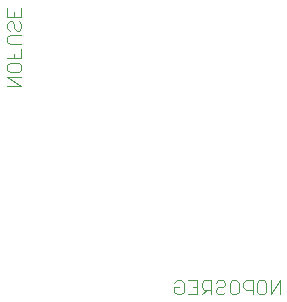
<source format=gbo>
G75*
%MOIN*%
%OFA0B0*%
%FSLAX25Y25*%
%IPPOS*%
%LPD*%
%AMOC8*
5,1,8,0,0,1.08239X$1,22.5*
%
%ADD10C,0.00400*%
D10*
X0123947Y0050211D02*
X0123947Y0051745D01*
X0125482Y0051745D01*
X0127017Y0053280D02*
X0127017Y0050211D01*
X0126249Y0049443D01*
X0124715Y0049443D01*
X0123947Y0050211D01*
X0123947Y0053280D02*
X0124715Y0054047D01*
X0126249Y0054047D01*
X0127017Y0053280D01*
X0128551Y0054047D02*
X0131621Y0054047D01*
X0131621Y0049443D01*
X0128551Y0049443D01*
X0130086Y0051745D02*
X0131621Y0051745D01*
X0133155Y0051745D02*
X0133923Y0050978D01*
X0136224Y0050978D01*
X0134690Y0050978D02*
X0133155Y0049443D01*
X0133155Y0051745D02*
X0133155Y0053280D01*
X0133923Y0054047D01*
X0136224Y0054047D01*
X0136224Y0049443D01*
X0137759Y0050211D02*
X0138526Y0049443D01*
X0140061Y0049443D01*
X0140828Y0050211D01*
X0142363Y0050211D02*
X0142363Y0053280D01*
X0143130Y0054047D01*
X0144665Y0054047D01*
X0145432Y0053280D01*
X0145432Y0050211D01*
X0144665Y0049443D01*
X0143130Y0049443D01*
X0142363Y0050211D01*
X0140828Y0052513D02*
X0140061Y0051745D01*
X0138526Y0051745D01*
X0137759Y0050978D01*
X0137759Y0050211D01*
X0137759Y0053280D02*
X0138526Y0054047D01*
X0140061Y0054047D01*
X0140828Y0053280D01*
X0140828Y0052513D01*
X0146967Y0053280D02*
X0146967Y0051745D01*
X0147734Y0050978D01*
X0150036Y0050978D01*
X0150036Y0049443D02*
X0150036Y0054047D01*
X0147734Y0054047D01*
X0146967Y0053280D01*
X0151571Y0053280D02*
X0152338Y0054047D01*
X0153873Y0054047D01*
X0154640Y0053280D01*
X0154640Y0050211D01*
X0153873Y0049443D01*
X0152338Y0049443D01*
X0151571Y0050211D01*
X0151571Y0053280D01*
X0156175Y0054047D02*
X0156175Y0049443D01*
X0159244Y0054047D01*
X0159244Y0049443D01*
X0072939Y0118918D02*
X0068335Y0118918D01*
X0068335Y0121987D02*
X0072939Y0121987D01*
X0072171Y0123522D02*
X0069102Y0123522D01*
X0068335Y0124289D01*
X0068335Y0125824D01*
X0069102Y0126591D01*
X0072171Y0126591D01*
X0072939Y0125824D01*
X0072939Y0124289D01*
X0072171Y0123522D01*
X0068335Y0121987D02*
X0072939Y0118918D01*
X0072939Y0128126D02*
X0068335Y0128126D01*
X0070637Y0128126D02*
X0070637Y0129661D01*
X0072939Y0128126D02*
X0072939Y0131195D01*
X0072939Y0132730D02*
X0069102Y0132730D01*
X0068335Y0133497D01*
X0068335Y0135032D01*
X0069102Y0135799D01*
X0072939Y0135799D01*
X0072171Y0137334D02*
X0071404Y0137334D01*
X0070637Y0138101D01*
X0070637Y0139636D01*
X0069869Y0140403D01*
X0069102Y0140403D01*
X0068335Y0139636D01*
X0068335Y0138101D01*
X0069102Y0137334D01*
X0072171Y0137334D02*
X0072939Y0138101D01*
X0072939Y0139636D01*
X0072171Y0140403D01*
X0072939Y0141938D02*
X0068335Y0141938D01*
X0068335Y0145007D01*
X0070637Y0143472D02*
X0070637Y0141938D01*
X0072939Y0141938D02*
X0072939Y0145007D01*
M02*

</source>
